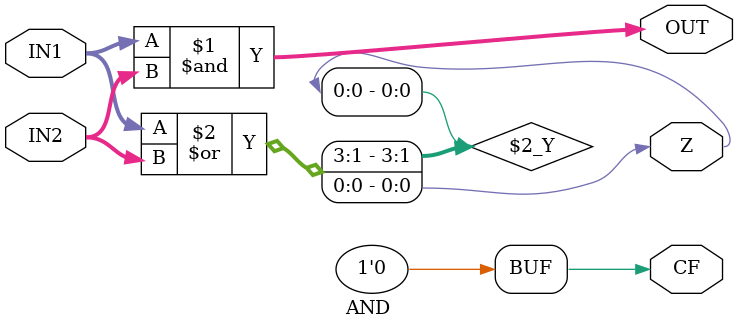
<source format=v>
`timescale 1ns / 1ps


module AND(
    input wire[3:0] IN1,
    input wire [3:0] IN2,
    output wire [3:0] OUT,
    output wire Z,
    output wire CF
    );
    
    assign OUT = IN1 & IN2;
    assign Z = (IN1 | IN2);
    assign CF = 0;
    
endmodule

</source>
